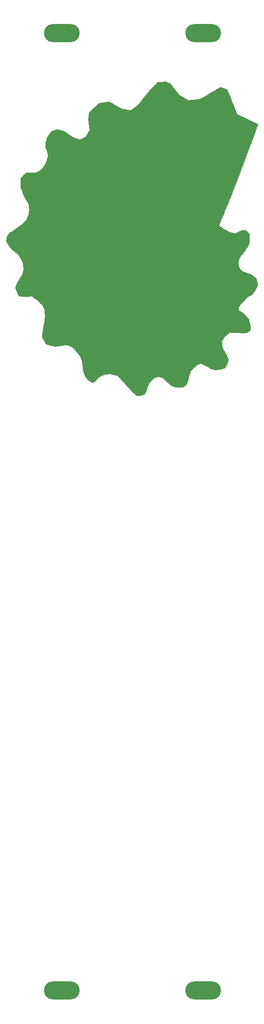
<source format=gts>
%TF.GenerationSoftware,KiCad,Pcbnew,(5.1.8-0-10_14)*%
%TF.CreationDate,2021-09-01T19:15:24+01:00*%
%TF.ProjectId,4u-2col-blank-ammonite,34752d32-636f-46c2-9d62-6c616e6b2d61,rev?*%
%TF.SameCoordinates,Original*%
%TF.FileFunction,Soldermask,Top*%
%TF.FilePolarity,Negative*%
%FSLAX46Y46*%
G04 Gerber Fmt 4.6, Leading zero omitted, Abs format (unit mm)*
G04 Created by KiCad (PCBNEW (5.1.8-0-10_14)) date 2021-09-01 19:15:24*
%MOMM*%
%LPD*%
G01*
G04 APERTURE LIST*
%ADD10C,0.010000*%
%ADD11O,6.300000X3.200000*%
G04 APERTURE END LIST*
D10*
%TO.C,Ref\u002A\u002A*%
G36*
X81864583Y-29388281D02*
G01*
X82679500Y-30403728D01*
X83494417Y-31419176D01*
X84991399Y-32321830D01*
X85872741Y-32255741D01*
X86754083Y-32189653D01*
X87318883Y-31968116D01*
X87883683Y-31746578D01*
X89282330Y-30877539D01*
X89503980Y-30740122D01*
X89715739Y-30609428D01*
X89914788Y-30487159D01*
X90098308Y-30375020D01*
X90263482Y-30274714D01*
X90407491Y-30187945D01*
X90527517Y-30116417D01*
X90620741Y-30061833D01*
X90684347Y-30025897D01*
X90715515Y-30010313D01*
X90717780Y-30009785D01*
X90745964Y-30018031D01*
X90807998Y-30040747D01*
X90898750Y-30075903D01*
X91013085Y-30121468D01*
X91145869Y-30175412D01*
X91291969Y-30235705D01*
X91346974Y-30258632D01*
X91939364Y-30506193D01*
X92069278Y-30823555D01*
X92096498Y-30890359D01*
X92138157Y-30993031D01*
X92192881Y-31128169D01*
X92259298Y-31292372D01*
X92336033Y-31482237D01*
X92421712Y-31694364D01*
X92514961Y-31925351D01*
X92614407Y-32171797D01*
X92718675Y-32430300D01*
X92826392Y-32697458D01*
X92932806Y-32961488D01*
X93666419Y-34782060D01*
X95528376Y-35657330D01*
X95798424Y-35784547D01*
X96055716Y-35906290D01*
X96297773Y-36021356D01*
X96522115Y-36128544D01*
X96726264Y-36226653D01*
X96907739Y-36314481D01*
X97064062Y-36390827D01*
X97192754Y-36454489D01*
X97291335Y-36504266D01*
X97357326Y-36538957D01*
X97388247Y-36557360D01*
X97390333Y-36559657D01*
X97383082Y-36581748D01*
X97361763Y-36641762D01*
X97327027Y-36737929D01*
X97279525Y-36868481D01*
X97219910Y-37031648D01*
X97148831Y-37225662D01*
X97066942Y-37448753D01*
X96974892Y-37699151D01*
X96873333Y-37975089D01*
X96762917Y-38274796D01*
X96644294Y-38596504D01*
X96518117Y-38938443D01*
X96385036Y-39298844D01*
X96245704Y-39675939D01*
X96100770Y-40067957D01*
X95950887Y-40473131D01*
X95796705Y-40889690D01*
X95706030Y-41134565D01*
X94021727Y-45682417D01*
X92263090Y-50021584D01*
X92096851Y-50431847D01*
X91934796Y-50831970D01*
X91777644Y-51220164D01*
X91626120Y-51594640D01*
X91480942Y-51953611D01*
X91342834Y-52295287D01*
X91212516Y-52617879D01*
X91090710Y-52919601D01*
X90978137Y-53198662D01*
X90875519Y-53453274D01*
X90783576Y-53681649D01*
X90703032Y-53881998D01*
X90634606Y-54052533D01*
X90579021Y-54191465D01*
X90536997Y-54297005D01*
X90509257Y-54367366D01*
X90496521Y-54400758D01*
X90495753Y-54403176D01*
X90498965Y-54421662D01*
X90517384Y-54447720D01*
X90554519Y-54484405D01*
X90613875Y-54534774D01*
X90698960Y-54601883D01*
X90813280Y-54688789D01*
X90885401Y-54742787D01*
X91000976Y-54828469D01*
X91100281Y-54900278D01*
X91190238Y-54962402D01*
X91277770Y-55019028D01*
X91369799Y-55074344D01*
X91473249Y-55132538D01*
X91595040Y-55197797D01*
X91742096Y-55274310D01*
X91887000Y-55348697D01*
X92490250Y-55657420D01*
X93364758Y-55855286D01*
X93624895Y-55724883D01*
X93730875Y-55672696D01*
X93863365Y-55608886D01*
X94010272Y-55539195D01*
X94159499Y-55469370D01*
X94277724Y-55414846D01*
X94414200Y-55352432D01*
X94520455Y-55305663D01*
X94605085Y-55273290D01*
X94676686Y-55254062D01*
X94743855Y-55246731D01*
X94815186Y-55250048D01*
X94899276Y-55262762D01*
X95004720Y-55283626D01*
X95077380Y-55298625D01*
X95251510Y-55334417D01*
X95569505Y-55629736D01*
X95887500Y-55925056D01*
X95887500Y-57531933D01*
X95725799Y-57840758D01*
X95674407Y-57935913D01*
X95619327Y-58031213D01*
X95557201Y-58131708D01*
X95484673Y-58242445D01*
X95398388Y-58368473D01*
X95294989Y-58514840D01*
X95171119Y-58686594D01*
X95084246Y-58805750D01*
X94964193Y-58970053D01*
X94840944Y-59138982D01*
X94719383Y-59305824D01*
X94604393Y-59463868D01*
X94500859Y-59606402D01*
X94413665Y-59726716D01*
X94360307Y-59800584D01*
X94116220Y-60139250D01*
X94011459Y-60520250D01*
X93906697Y-60901250D01*
X93940585Y-61261084D01*
X93953324Y-61393187D01*
X93964599Y-61493305D01*
X93976797Y-61571614D01*
X93992303Y-61638285D01*
X94013506Y-61703493D01*
X94042791Y-61777412D01*
X94082544Y-61870215D01*
X94084582Y-61874917D01*
X94194691Y-62128917D01*
X94420645Y-62308834D01*
X94513365Y-62382583D01*
X94603011Y-62453745D01*
X94679884Y-62514630D01*
X94734286Y-62557549D01*
X94737964Y-62560437D01*
X94783729Y-62591834D01*
X94840287Y-62620697D01*
X94915106Y-62649913D01*
X95015657Y-62682370D01*
X95149407Y-62720956D01*
X95162623Y-62724632D01*
X95368960Y-62787908D01*
X95597485Y-62868601D01*
X95834441Y-62961768D01*
X95905587Y-62991612D01*
X96315257Y-63166084D01*
X96654588Y-63453353D01*
X96993918Y-63740623D01*
X97160376Y-64309562D01*
X97203641Y-64458195D01*
X97242725Y-64593921D01*
X97276106Y-64711335D01*
X97302262Y-64805031D01*
X97319670Y-64869606D01*
X97326807Y-64899655D01*
X97326901Y-64900709D01*
X97319389Y-64926982D01*
X97298577Y-64985372D01*
X97267121Y-65068784D01*
X97227680Y-65170124D01*
X97198210Y-65244268D01*
X97154825Y-65349886D01*
X97113183Y-65444062D01*
X97069270Y-65534154D01*
X97019071Y-65627519D01*
X96958572Y-65731517D01*
X96883761Y-65853504D01*
X96790622Y-66000839D01*
X96755552Y-66055696D01*
X96441653Y-66545773D01*
X96070926Y-66750345D01*
X95955283Y-66814610D01*
X95860693Y-66869002D01*
X95779970Y-66918755D01*
X95705924Y-66969100D01*
X95631367Y-67025271D01*
X95549110Y-67092500D01*
X95451965Y-67176020D01*
X95332743Y-67281064D01*
X95291142Y-67317959D01*
X95121709Y-67470903D01*
X94975091Y-67609663D01*
X94840228Y-67745442D01*
X94706060Y-67889445D01*
X94561526Y-68052873D01*
X94532833Y-68086055D01*
X94415292Y-68223533D01*
X94321170Y-68336838D01*
X94245277Y-68433000D01*
X94182423Y-68519049D01*
X94127420Y-68602016D01*
X94075076Y-68688931D01*
X94033800Y-68762098D01*
X93884018Y-69033088D01*
X93947179Y-69244302D01*
X94010341Y-69455516D01*
X94242005Y-69581050D01*
X94385846Y-69666628D01*
X94550402Y-69777920D01*
X94727749Y-69909462D01*
X94796578Y-69963409D01*
X94903899Y-70049475D01*
X94990621Y-70121630D01*
X95063807Y-70187073D01*
X95130518Y-70253001D01*
X95197817Y-70326614D01*
X95272767Y-70415109D01*
X95362429Y-70525687D01*
X95424424Y-70603361D01*
X95729361Y-70986489D01*
X95876091Y-71574203D01*
X95918712Y-71744749D01*
X95952360Y-71881921D01*
X95977895Y-71993519D01*
X95996176Y-72087343D01*
X96008064Y-72171196D01*
X96014418Y-72252877D01*
X96016098Y-72340187D01*
X96013965Y-72440928D01*
X96008878Y-72562899D01*
X96001706Y-72713704D01*
X95988638Y-72990325D01*
X95541256Y-73342051D01*
X94903250Y-73423767D01*
X94437583Y-73360401D01*
X94035765Y-73314369D01*
X93649453Y-73287317D01*
X93284593Y-73279420D01*
X92947131Y-73290850D01*
X92730224Y-73310465D01*
X92398699Y-73349379D01*
X91532551Y-74003417D01*
X90969037Y-74887017D01*
X90993716Y-75302467D01*
X91002741Y-75448280D01*
X91011151Y-75560971D01*
X91020428Y-75649703D01*
X91032053Y-75723635D01*
X91047507Y-75791929D01*
X91068273Y-75863744D01*
X91095831Y-75948242D01*
X91100332Y-75961651D01*
X91134901Y-76063463D01*
X91164413Y-76145316D01*
X91193024Y-76215259D01*
X91224889Y-76281341D01*
X91264165Y-76351612D01*
X91315006Y-76434120D01*
X91381569Y-76536914D01*
X91454431Y-76647490D01*
X91524156Y-76755655D01*
X91587272Y-76860103D01*
X91647860Y-76968593D01*
X91709997Y-77088886D01*
X91777763Y-77228742D01*
X91855236Y-77395923D01*
X91901792Y-77498625D01*
X91965597Y-77641665D01*
X92023097Y-77773460D01*
X92072087Y-77888724D01*
X92110365Y-77982171D01*
X92135725Y-78048513D01*
X92145964Y-78082466D01*
X92146058Y-78084449D01*
X92140765Y-78116436D01*
X92127595Y-78182544D01*
X92108053Y-78275612D01*
X92083643Y-78388479D01*
X92055870Y-78513985D01*
X92055117Y-78517350D01*
X91966778Y-78912052D01*
X91726459Y-79250144D01*
X91486141Y-79588236D01*
X91099195Y-79709090D01*
X90953547Y-79753803D01*
X90835405Y-79787510D01*
X90732203Y-79812847D01*
X90631373Y-79832449D01*
X90520346Y-79848953D01*
X90386555Y-79864995D01*
X90322194Y-79872051D01*
X89932138Y-79914158D01*
X88934974Y-79670990D01*
X88724759Y-79495444D01*
X88630749Y-79419302D01*
X88547512Y-79358670D01*
X88463021Y-79306196D01*
X88365249Y-79254523D01*
X88242170Y-79196297D01*
X88216396Y-79184551D01*
X88079005Y-79120969D01*
X87922930Y-79046816D01*
X87766999Y-78971136D01*
X87630041Y-78902977D01*
X87625243Y-78900544D01*
X87332236Y-78751886D01*
X87009989Y-78851010D01*
X86687743Y-78950134D01*
X86361080Y-79241129D01*
X86237344Y-79355000D01*
X86102236Y-79485445D01*
X85967525Y-79620708D01*
X85844984Y-79749035D01*
X85770640Y-79830826D01*
X85506863Y-80129527D01*
X85341990Y-80548389D01*
X85284061Y-80697287D01*
X85239392Y-80817780D01*
X85204871Y-80920505D01*
X85177389Y-81016097D01*
X85153835Y-81115192D01*
X85131099Y-81228426D01*
X85111172Y-81337667D01*
X85085362Y-81476644D01*
X85060323Y-81594870D01*
X85032844Y-81703747D01*
X84999715Y-81814679D01*
X84957723Y-81939070D01*
X84903659Y-82088323D01*
X84887673Y-82131417D01*
X84730118Y-82554750D01*
X84343240Y-82771709D01*
X83956362Y-82988667D01*
X82808167Y-82988667D01*
X82396387Y-82795651D01*
X81984608Y-82602635D01*
X81596512Y-82264561D01*
X81461115Y-82144761D01*
X81312044Y-82009735D01*
X81160444Y-81869784D01*
X81017461Y-81735209D01*
X80894238Y-81616312D01*
X80880333Y-81602624D01*
X80552250Y-81278761D01*
X80144399Y-81172345D01*
X79736548Y-81065928D01*
X79382399Y-81204486D01*
X79028250Y-81343043D01*
X78573167Y-81809216D01*
X78118083Y-82275388D01*
X77883285Y-82901902D01*
X77789461Y-83146462D01*
X77696933Y-83376541D01*
X77608653Y-83585111D01*
X77527571Y-83765148D01*
X77476219Y-83871343D01*
X77303951Y-84214268D01*
X76904224Y-84342301D01*
X76776579Y-84381902D01*
X76658278Y-84416218D01*
X76556867Y-84443248D01*
X76479890Y-84460988D01*
X76434893Y-84467436D01*
X76432873Y-84467403D01*
X76383033Y-84464214D01*
X76302823Y-84457815D01*
X76204000Y-84449187D01*
X76114696Y-84440883D01*
X76029344Y-84433072D01*
X75963567Y-84425737D01*
X75910720Y-84415082D01*
X75864160Y-84397311D01*
X75817242Y-84368629D01*
X75763323Y-84325239D01*
X75695758Y-84263345D01*
X75607904Y-84179153D01*
X75536846Y-84110743D01*
X75228006Y-83807699D01*
X74913943Y-83486305D01*
X74590715Y-83142347D01*
X74254379Y-82771613D01*
X73900994Y-82369889D01*
X73813728Y-82269000D01*
X73648024Y-82077305D01*
X73505860Y-81914047D01*
X73383526Y-81775259D01*
X73277318Y-81656977D01*
X73183528Y-81555236D01*
X73098449Y-81466070D01*
X73018376Y-81385515D01*
X72939602Y-81309604D01*
X72858419Y-81234374D01*
X72783372Y-81166770D01*
X72437503Y-80858290D01*
X71817043Y-80746122D01*
X71196583Y-80633953D01*
X70498083Y-80655523D01*
X70095917Y-80796801D01*
X69949463Y-80849037D01*
X69832864Y-80893190D01*
X69735683Y-80934172D01*
X69647483Y-80976894D01*
X69557828Y-81026265D01*
X69456283Y-81087197D01*
X69386368Y-81130683D01*
X69078987Y-81323287D01*
X68809709Y-81664751D01*
X68540431Y-82006214D01*
X68302174Y-82063912D01*
X68205772Y-82086747D01*
X68123670Y-82105241D01*
X68065065Y-82117384D01*
X68039888Y-82121222D01*
X68003883Y-82108851D01*
X67940802Y-82075343D01*
X67857312Y-82025127D01*
X67760079Y-81962628D01*
X67655772Y-81892275D01*
X67551056Y-81818494D01*
X67452599Y-81745713D01*
X67367068Y-81678359D01*
X67344250Y-81659297D01*
X67261266Y-81587335D01*
X67195793Y-81525676D01*
X67140238Y-81465228D01*
X67087010Y-81396896D01*
X67028515Y-81311588D01*
X66957162Y-81200209D01*
X66945580Y-81181806D01*
X66875295Y-81068495D01*
X66821305Y-80976137D01*
X66778431Y-80893462D01*
X66741492Y-80809201D01*
X66705309Y-80712084D01*
X66664701Y-80590842D01*
X66643021Y-80523591D01*
X66614953Y-80435359D01*
X66591144Y-80357754D01*
X66570612Y-80285578D01*
X66552373Y-80213632D01*
X66535442Y-80136717D01*
X66518837Y-80049635D01*
X66501573Y-79947188D01*
X66482666Y-79824175D01*
X66461134Y-79675399D01*
X66435992Y-79495661D01*
X66406257Y-79279763D01*
X66402549Y-79252750D01*
X66277633Y-78342584D01*
X66141943Y-77970262D01*
X66092192Y-77835337D01*
X66051157Y-77730254D01*
X66013640Y-77644876D01*
X65974441Y-77569063D01*
X65928360Y-77492679D01*
X65870198Y-77405585D01*
X65802958Y-77309284D01*
X65724192Y-77200340D01*
X65626530Y-77069728D01*
X65518241Y-76928249D01*
X65407596Y-76786701D01*
X65302863Y-76655884D01*
X65298962Y-76651087D01*
X65192483Y-76521471D01*
X65104061Y-76417610D01*
X65025995Y-76331663D01*
X64950582Y-76255792D01*
X64870122Y-76182157D01*
X64776912Y-76102918D01*
X64692934Y-76034229D01*
X64582804Y-75945610D01*
X64495371Y-75877904D01*
X64420686Y-75825073D01*
X64348797Y-75781084D01*
X64269754Y-75739901D01*
X64173606Y-75695488D01*
X64050401Y-75641810D01*
X64035012Y-75635186D01*
X63682417Y-75483460D01*
X63100333Y-75550869D01*
X62914401Y-75572824D01*
X62711829Y-75597468D01*
X62505546Y-75623178D01*
X62308478Y-75648335D01*
X62133552Y-75671316D01*
X62052583Y-75682287D01*
X61586917Y-75746296D01*
X61142417Y-75666834D01*
X60903566Y-75620889D01*
X60690600Y-75572364D01*
X60487094Y-75517255D01*
X60327500Y-75468134D01*
X59957083Y-75348894D01*
X59741241Y-75004239D01*
X59661118Y-74874735D01*
X59577396Y-74736724D01*
X59497230Y-74602178D01*
X59427773Y-74483071D01*
X59389843Y-74416167D01*
X59254288Y-74172750D01*
X59282998Y-73738834D01*
X59294650Y-73579239D01*
X59307855Y-73437411D01*
X59324183Y-73302066D01*
X59345198Y-73161920D01*
X59372467Y-73005690D01*
X59407558Y-72822090D01*
X59416712Y-72775750D01*
X59473887Y-72486808D01*
X59523219Y-72235163D01*
X59565358Y-72016639D01*
X59600953Y-71827061D01*
X59630654Y-71662253D01*
X59655110Y-71518038D01*
X59674971Y-71390241D01*
X59690886Y-71274687D01*
X59703504Y-71167199D01*
X59713475Y-71063602D01*
X59721447Y-70959719D01*
X59728071Y-70851376D01*
X59733924Y-70735934D01*
X59741345Y-70569727D01*
X59745928Y-70433782D01*
X59747404Y-70316782D01*
X59745504Y-70207408D01*
X59739959Y-70094341D01*
X59730501Y-69966264D01*
X59716861Y-69811857D01*
X59710310Y-69741637D01*
X59663312Y-69241989D01*
X59478967Y-68832250D01*
X59294622Y-68422510D01*
X58885019Y-68037036D01*
X58729005Y-67892119D01*
X58594449Y-67771770D01*
X58473802Y-67669730D01*
X58359512Y-67579734D01*
X58244030Y-67495522D01*
X58172921Y-67446450D01*
X58051771Y-67362473D01*
X57923064Y-67270171D01*
X57799406Y-67178777D01*
X57693402Y-67097524D01*
X57657940Y-67069261D01*
X57445456Y-66897185D01*
X56690436Y-66924039D01*
X56484143Y-66931163D01*
X56313489Y-66936393D01*
X56171817Y-66939670D01*
X56052472Y-66940933D01*
X55948799Y-66940120D01*
X55854142Y-66937172D01*
X55761846Y-66932028D01*
X55665255Y-66924626D01*
X55557713Y-66914907D01*
X55543833Y-66913590D01*
X55420481Y-66901692D01*
X55312925Y-66891036D01*
X55227743Y-66882299D01*
X55171513Y-66876153D01*
X55150813Y-66873275D01*
X55150809Y-66873268D01*
X55140553Y-66854773D01*
X55113728Y-66806713D01*
X55074451Y-66736458D01*
X55028618Y-66654554D01*
X54841706Y-66287679D01*
X54679961Y-65902793D01*
X54601468Y-65680088D01*
X54509995Y-65400093D01*
X54673131Y-64949355D01*
X54836267Y-64498616D01*
X55101976Y-64107516D01*
X55195366Y-63967899D01*
X55294943Y-63815337D01*
X55393086Y-63661754D01*
X55482179Y-63519070D01*
X55554343Y-63399645D01*
X55616496Y-63293607D01*
X55664712Y-63208246D01*
X55702618Y-63134633D01*
X55733843Y-63063839D01*
X55762013Y-62986934D01*
X55790754Y-62894988D01*
X55823695Y-62779071D01*
X55859560Y-62648228D01*
X55978119Y-62213584D01*
X55930040Y-61737334D01*
X55913153Y-61574950D01*
X55897919Y-61444440D01*
X55882428Y-61335494D01*
X55864770Y-61237802D01*
X55843035Y-61141055D01*
X55815316Y-61034944D01*
X55779702Y-60909158D01*
X55771275Y-60880084D01*
X55660590Y-60499084D01*
X55316968Y-59980724D01*
X54973347Y-59462364D01*
X54551833Y-59165807D01*
X54422508Y-59074575D01*
X54319105Y-59000211D01*
X54234587Y-58936444D01*
X54161913Y-58877000D01*
X54094044Y-58815607D01*
X54023941Y-58745993D01*
X53944566Y-58661885D01*
X53848878Y-58557011D01*
X53767700Y-58467084D01*
X53405080Y-58064917D01*
X53170635Y-57613775D01*
X52936191Y-57162634D01*
X52992956Y-56756525D01*
X53011694Y-56625397D01*
X53029735Y-56504486D01*
X53045839Y-56401697D01*
X53058768Y-56324930D01*
X53067283Y-56282091D01*
X53067373Y-56281737D01*
X53091653Y-56234670D01*
X53147331Y-56160573D01*
X53234594Y-56059217D01*
X53353631Y-55930372D01*
X53367221Y-55916039D01*
X53649417Y-55619021D01*
X54019833Y-55413651D01*
X54234142Y-55286691D01*
X54470685Y-55131880D01*
X54723998Y-54953384D01*
X54988620Y-54755370D01*
X55259087Y-54542003D01*
X55529938Y-54317449D01*
X55795709Y-54085873D01*
X55974908Y-53922654D01*
X56437732Y-53492917D01*
X56657907Y-52965071D01*
X56723869Y-52806501D01*
X56775786Y-52679538D01*
X56816008Y-52576758D01*
X56846884Y-52490738D01*
X56870764Y-52414055D01*
X56889998Y-52339285D01*
X56906935Y-52259005D01*
X56923924Y-52165792D01*
X56939275Y-52076071D01*
X57000468Y-51714917D01*
X56935129Y-51218976D01*
X56869791Y-50723034D01*
X56606342Y-50277059D01*
X56362991Y-49839666D01*
X56127883Y-49366153D01*
X55903768Y-48862373D01*
X55693395Y-48334181D01*
X55691055Y-48327957D01*
X55484163Y-47777330D01*
X55461082Y-47137176D01*
X55455162Y-46967439D01*
X55449809Y-46803246D01*
X55445225Y-46651654D01*
X55441610Y-46519724D01*
X55439169Y-46414513D01*
X55438101Y-46343080D01*
X55438071Y-46333136D01*
X55438141Y-46169250D01*
X55718529Y-45816656D01*
X55812697Y-45698718D01*
X55887165Y-45607715D01*
X55948409Y-45537312D01*
X56002901Y-45481171D01*
X56057118Y-45432958D01*
X56117532Y-45386334D01*
X56190618Y-45334964D01*
X56256052Y-45290584D01*
X56513187Y-45117105D01*
X57293219Y-45099058D01*
X57475112Y-45094884D01*
X57647198Y-45091000D01*
X57804020Y-45087526D01*
X57940121Y-45084578D01*
X58050042Y-45082276D01*
X58128326Y-45080737D01*
X58168601Y-45080089D01*
X58204441Y-45077526D01*
X58242392Y-45068645D01*
X58288127Y-45050594D01*
X58347318Y-45020521D01*
X58425638Y-44975572D01*
X58528759Y-44912896D01*
X58644851Y-44840609D01*
X58774826Y-44758667D01*
X58877373Y-44691797D01*
X58961188Y-44633003D01*
X59034972Y-44575289D01*
X59107420Y-44511660D01*
X59187232Y-44435120D01*
X59283106Y-44338674D01*
X59335694Y-44284984D01*
X59645638Y-43967917D01*
X59850329Y-43491667D01*
X59913741Y-43343534D01*
X59963843Y-43223580D01*
X60003595Y-43122515D01*
X60035956Y-43031048D01*
X60063885Y-42939888D01*
X60090341Y-42839745D01*
X60118284Y-42721327D01*
X60150673Y-42575345D01*
X60169018Y-42491146D01*
X60283017Y-41966875D01*
X60085218Y-41305812D01*
X59887418Y-40644750D01*
X59863468Y-40200250D01*
X59839519Y-39755750D01*
X59998176Y-39348077D01*
X60156832Y-38940404D01*
X60969660Y-37739264D01*
X61479372Y-37609439D01*
X61621066Y-37573657D01*
X61750011Y-37541679D01*
X61860269Y-37514931D01*
X61945904Y-37494838D01*
X62000980Y-37482824D01*
X62018720Y-37479974D01*
X62046360Y-37486108D01*
X62108621Y-37503178D01*
X62199719Y-37529491D01*
X62313868Y-37563357D01*
X62445284Y-37603082D01*
X62561985Y-37638877D01*
X63075614Y-37797421D01*
X63887015Y-38333346D01*
X64698417Y-38869272D01*
X65921901Y-39321036D01*
X66438232Y-39051560D01*
X66954562Y-38782084D01*
X67634200Y-37602352D01*
X67412700Y-35716274D01*
X67502992Y-35064941D01*
X67593285Y-34413608D01*
X68457896Y-33618557D01*
X69322507Y-32823505D01*
X70169827Y-32706750D01*
X70381021Y-32677732D01*
X70554417Y-32654221D01*
X70694140Y-32635848D01*
X70804315Y-32622245D01*
X70889069Y-32613044D01*
X70952526Y-32607875D01*
X70998812Y-32606369D01*
X71032052Y-32608160D01*
X71056373Y-32612876D01*
X71075898Y-32620151D01*
X71085699Y-32624911D01*
X71117022Y-32641361D01*
X71181951Y-32675858D01*
X71276792Y-32726427D01*
X71397850Y-32791093D01*
X71541433Y-32867880D01*
X71703845Y-32954815D01*
X71881395Y-33049921D01*
X72070386Y-33151224D01*
X72170250Y-33204779D01*
X73186250Y-33749732D01*
X73954878Y-33944043D01*
X74129198Y-33988188D01*
X74290992Y-34029307D01*
X74435573Y-34066198D01*
X74558251Y-34097659D01*
X74654338Y-34122486D01*
X74719147Y-34139476D01*
X74747989Y-34147429D01*
X74748628Y-34147648D01*
X74771788Y-34138794D01*
X74826114Y-34109411D01*
X74907306Y-34062086D01*
X75011064Y-33999408D01*
X75133090Y-33923963D01*
X75269084Y-33838341D01*
X75377000Y-33769425D01*
X75980250Y-33381908D01*
X76417000Y-32864662D01*
X76510889Y-32752363D01*
X76627029Y-32611633D01*
X76761502Y-32447314D01*
X76910386Y-32264248D01*
X77069763Y-32067279D01*
X77235713Y-31861249D01*
X77404316Y-31651000D01*
X77571651Y-31441375D01*
X77709475Y-31267917D01*
X78565200Y-30188417D01*
X79164451Y-29651262D01*
X79763702Y-29114108D01*
X80401392Y-29093998D01*
X81039083Y-29073887D01*
X81864583Y-29388281D01*
G37*
X81864583Y-29388281D02*
X82679500Y-30403728D01*
X83494417Y-31419176D01*
X84991399Y-32321830D01*
X85872741Y-32255741D01*
X86754083Y-32189653D01*
X87318883Y-31968116D01*
X87883683Y-31746578D01*
X89282330Y-30877539D01*
X89503980Y-30740122D01*
X89715739Y-30609428D01*
X89914788Y-30487159D01*
X90098308Y-30375020D01*
X90263482Y-30274714D01*
X90407491Y-30187945D01*
X90527517Y-30116417D01*
X90620741Y-30061833D01*
X90684347Y-30025897D01*
X90715515Y-30010313D01*
X90717780Y-30009785D01*
X90745964Y-30018031D01*
X90807998Y-30040747D01*
X90898750Y-30075903D01*
X91013085Y-30121468D01*
X91145869Y-30175412D01*
X91291969Y-30235705D01*
X91346974Y-30258632D01*
X91939364Y-30506193D01*
X92069278Y-30823555D01*
X92096498Y-30890359D01*
X92138157Y-30993031D01*
X92192881Y-31128169D01*
X92259298Y-31292372D01*
X92336033Y-31482237D01*
X92421712Y-31694364D01*
X92514961Y-31925351D01*
X92614407Y-32171797D01*
X92718675Y-32430300D01*
X92826392Y-32697458D01*
X92932806Y-32961488D01*
X93666419Y-34782060D01*
X95528376Y-35657330D01*
X95798424Y-35784547D01*
X96055716Y-35906290D01*
X96297773Y-36021356D01*
X96522115Y-36128544D01*
X96726264Y-36226653D01*
X96907739Y-36314481D01*
X97064062Y-36390827D01*
X97192754Y-36454489D01*
X97291335Y-36504266D01*
X97357326Y-36538957D01*
X97388247Y-36557360D01*
X97390333Y-36559657D01*
X97383082Y-36581748D01*
X97361763Y-36641762D01*
X97327027Y-36737929D01*
X97279525Y-36868481D01*
X97219910Y-37031648D01*
X97148831Y-37225662D01*
X97066942Y-37448753D01*
X96974892Y-37699151D01*
X96873333Y-37975089D01*
X96762917Y-38274796D01*
X96644294Y-38596504D01*
X96518117Y-38938443D01*
X96385036Y-39298844D01*
X96245704Y-39675939D01*
X96100770Y-40067957D01*
X95950887Y-40473131D01*
X95796705Y-40889690D01*
X95706030Y-41134565D01*
X94021727Y-45682417D01*
X92263090Y-50021584D01*
X92096851Y-50431847D01*
X91934796Y-50831970D01*
X91777644Y-51220164D01*
X91626120Y-51594640D01*
X91480942Y-51953611D01*
X91342834Y-52295287D01*
X91212516Y-52617879D01*
X91090710Y-52919601D01*
X90978137Y-53198662D01*
X90875519Y-53453274D01*
X90783576Y-53681649D01*
X90703032Y-53881998D01*
X90634606Y-54052533D01*
X90579021Y-54191465D01*
X90536997Y-54297005D01*
X90509257Y-54367366D01*
X90496521Y-54400758D01*
X90495753Y-54403176D01*
X90498965Y-54421662D01*
X90517384Y-54447720D01*
X90554519Y-54484405D01*
X90613875Y-54534774D01*
X90698960Y-54601883D01*
X90813280Y-54688789D01*
X90885401Y-54742787D01*
X91000976Y-54828469D01*
X91100281Y-54900278D01*
X91190238Y-54962402D01*
X91277770Y-55019028D01*
X91369799Y-55074344D01*
X91473249Y-55132538D01*
X91595040Y-55197797D01*
X91742096Y-55274310D01*
X91887000Y-55348697D01*
X92490250Y-55657420D01*
X93364758Y-55855286D01*
X93624895Y-55724883D01*
X93730875Y-55672696D01*
X93863365Y-55608886D01*
X94010272Y-55539195D01*
X94159499Y-55469370D01*
X94277724Y-55414846D01*
X94414200Y-55352432D01*
X94520455Y-55305663D01*
X94605085Y-55273290D01*
X94676686Y-55254062D01*
X94743855Y-55246731D01*
X94815186Y-55250048D01*
X94899276Y-55262762D01*
X95004720Y-55283626D01*
X95077380Y-55298625D01*
X95251510Y-55334417D01*
X95569505Y-55629736D01*
X95887500Y-55925056D01*
X95887500Y-57531933D01*
X95725799Y-57840758D01*
X95674407Y-57935913D01*
X95619327Y-58031213D01*
X95557201Y-58131708D01*
X95484673Y-58242445D01*
X95398388Y-58368473D01*
X95294989Y-58514840D01*
X95171119Y-58686594D01*
X95084246Y-58805750D01*
X94964193Y-58970053D01*
X94840944Y-59138982D01*
X94719383Y-59305824D01*
X94604393Y-59463868D01*
X94500859Y-59606402D01*
X94413665Y-59726716D01*
X94360307Y-59800584D01*
X94116220Y-60139250D01*
X94011459Y-60520250D01*
X93906697Y-60901250D01*
X93940585Y-61261084D01*
X93953324Y-61393187D01*
X93964599Y-61493305D01*
X93976797Y-61571614D01*
X93992303Y-61638285D01*
X94013506Y-61703493D01*
X94042791Y-61777412D01*
X94082544Y-61870215D01*
X94084582Y-61874917D01*
X94194691Y-62128917D01*
X94420645Y-62308834D01*
X94513365Y-62382583D01*
X94603011Y-62453745D01*
X94679884Y-62514630D01*
X94734286Y-62557549D01*
X94737964Y-62560437D01*
X94783729Y-62591834D01*
X94840287Y-62620697D01*
X94915106Y-62649913D01*
X95015657Y-62682370D01*
X95149407Y-62720956D01*
X95162623Y-62724632D01*
X95368960Y-62787908D01*
X95597485Y-62868601D01*
X95834441Y-62961768D01*
X95905587Y-62991612D01*
X96315257Y-63166084D01*
X96654588Y-63453353D01*
X96993918Y-63740623D01*
X97160376Y-64309562D01*
X97203641Y-64458195D01*
X97242725Y-64593921D01*
X97276106Y-64711335D01*
X97302262Y-64805031D01*
X97319670Y-64869606D01*
X97326807Y-64899655D01*
X97326901Y-64900709D01*
X97319389Y-64926982D01*
X97298577Y-64985372D01*
X97267121Y-65068784D01*
X97227680Y-65170124D01*
X97198210Y-65244268D01*
X97154825Y-65349886D01*
X97113183Y-65444062D01*
X97069270Y-65534154D01*
X97019071Y-65627519D01*
X96958572Y-65731517D01*
X96883761Y-65853504D01*
X96790622Y-66000839D01*
X96755552Y-66055696D01*
X96441653Y-66545773D01*
X96070926Y-66750345D01*
X95955283Y-66814610D01*
X95860693Y-66869002D01*
X95779970Y-66918755D01*
X95705924Y-66969100D01*
X95631367Y-67025271D01*
X95549110Y-67092500D01*
X95451965Y-67176020D01*
X95332743Y-67281064D01*
X95291142Y-67317959D01*
X95121709Y-67470903D01*
X94975091Y-67609663D01*
X94840228Y-67745442D01*
X94706060Y-67889445D01*
X94561526Y-68052873D01*
X94532833Y-68086055D01*
X94415292Y-68223533D01*
X94321170Y-68336838D01*
X94245277Y-68433000D01*
X94182423Y-68519049D01*
X94127420Y-68602016D01*
X94075076Y-68688931D01*
X94033800Y-68762098D01*
X93884018Y-69033088D01*
X93947179Y-69244302D01*
X94010341Y-69455516D01*
X94242005Y-69581050D01*
X94385846Y-69666628D01*
X94550402Y-69777920D01*
X94727749Y-69909462D01*
X94796578Y-69963409D01*
X94903899Y-70049475D01*
X94990621Y-70121630D01*
X95063807Y-70187073D01*
X95130518Y-70253001D01*
X95197817Y-70326614D01*
X95272767Y-70415109D01*
X95362429Y-70525687D01*
X95424424Y-70603361D01*
X95729361Y-70986489D01*
X95876091Y-71574203D01*
X95918712Y-71744749D01*
X95952360Y-71881921D01*
X95977895Y-71993519D01*
X95996176Y-72087343D01*
X96008064Y-72171196D01*
X96014418Y-72252877D01*
X96016098Y-72340187D01*
X96013965Y-72440928D01*
X96008878Y-72562899D01*
X96001706Y-72713704D01*
X95988638Y-72990325D01*
X95541256Y-73342051D01*
X94903250Y-73423767D01*
X94437583Y-73360401D01*
X94035765Y-73314369D01*
X93649453Y-73287317D01*
X93284593Y-73279420D01*
X92947131Y-73290850D01*
X92730224Y-73310465D01*
X92398699Y-73349379D01*
X91532551Y-74003417D01*
X90969037Y-74887017D01*
X90993716Y-75302467D01*
X91002741Y-75448280D01*
X91011151Y-75560971D01*
X91020428Y-75649703D01*
X91032053Y-75723635D01*
X91047507Y-75791929D01*
X91068273Y-75863744D01*
X91095831Y-75948242D01*
X91100332Y-75961651D01*
X91134901Y-76063463D01*
X91164413Y-76145316D01*
X91193024Y-76215259D01*
X91224889Y-76281341D01*
X91264165Y-76351612D01*
X91315006Y-76434120D01*
X91381569Y-76536914D01*
X91454431Y-76647490D01*
X91524156Y-76755655D01*
X91587272Y-76860103D01*
X91647860Y-76968593D01*
X91709997Y-77088886D01*
X91777763Y-77228742D01*
X91855236Y-77395923D01*
X91901792Y-77498625D01*
X91965597Y-77641665D01*
X92023097Y-77773460D01*
X92072087Y-77888724D01*
X92110365Y-77982171D01*
X92135725Y-78048513D01*
X92145964Y-78082466D01*
X92146058Y-78084449D01*
X92140765Y-78116436D01*
X92127595Y-78182544D01*
X92108053Y-78275612D01*
X92083643Y-78388479D01*
X92055870Y-78513985D01*
X92055117Y-78517350D01*
X91966778Y-78912052D01*
X91726459Y-79250144D01*
X91486141Y-79588236D01*
X91099195Y-79709090D01*
X90953547Y-79753803D01*
X90835405Y-79787510D01*
X90732203Y-79812847D01*
X90631373Y-79832449D01*
X90520346Y-79848953D01*
X90386555Y-79864995D01*
X90322194Y-79872051D01*
X89932138Y-79914158D01*
X88934974Y-79670990D01*
X88724759Y-79495444D01*
X88630749Y-79419302D01*
X88547512Y-79358670D01*
X88463021Y-79306196D01*
X88365249Y-79254523D01*
X88242170Y-79196297D01*
X88216396Y-79184551D01*
X88079005Y-79120969D01*
X87922930Y-79046816D01*
X87766999Y-78971136D01*
X87630041Y-78902977D01*
X87625243Y-78900544D01*
X87332236Y-78751886D01*
X87009989Y-78851010D01*
X86687743Y-78950134D01*
X86361080Y-79241129D01*
X86237344Y-79355000D01*
X86102236Y-79485445D01*
X85967525Y-79620708D01*
X85844984Y-79749035D01*
X85770640Y-79830826D01*
X85506863Y-80129527D01*
X85341990Y-80548389D01*
X85284061Y-80697287D01*
X85239392Y-80817780D01*
X85204871Y-80920505D01*
X85177389Y-81016097D01*
X85153835Y-81115192D01*
X85131099Y-81228426D01*
X85111172Y-81337667D01*
X85085362Y-81476644D01*
X85060323Y-81594870D01*
X85032844Y-81703747D01*
X84999715Y-81814679D01*
X84957723Y-81939070D01*
X84903659Y-82088323D01*
X84887673Y-82131417D01*
X84730118Y-82554750D01*
X84343240Y-82771709D01*
X83956362Y-82988667D01*
X82808167Y-82988667D01*
X82396387Y-82795651D01*
X81984608Y-82602635D01*
X81596512Y-82264561D01*
X81461115Y-82144761D01*
X81312044Y-82009735D01*
X81160444Y-81869784D01*
X81017461Y-81735209D01*
X80894238Y-81616312D01*
X80880333Y-81602624D01*
X80552250Y-81278761D01*
X80144399Y-81172345D01*
X79736548Y-81065928D01*
X79382399Y-81204486D01*
X79028250Y-81343043D01*
X78573167Y-81809216D01*
X78118083Y-82275388D01*
X77883285Y-82901902D01*
X77789461Y-83146462D01*
X77696933Y-83376541D01*
X77608653Y-83585111D01*
X77527571Y-83765148D01*
X77476219Y-83871343D01*
X77303951Y-84214268D01*
X76904224Y-84342301D01*
X76776579Y-84381902D01*
X76658278Y-84416218D01*
X76556867Y-84443248D01*
X76479890Y-84460988D01*
X76434893Y-84467436D01*
X76432873Y-84467403D01*
X76383033Y-84464214D01*
X76302823Y-84457815D01*
X76204000Y-84449187D01*
X76114696Y-84440883D01*
X76029344Y-84433072D01*
X75963567Y-84425737D01*
X75910720Y-84415082D01*
X75864160Y-84397311D01*
X75817242Y-84368629D01*
X75763323Y-84325239D01*
X75695758Y-84263345D01*
X75607904Y-84179153D01*
X75536846Y-84110743D01*
X75228006Y-83807699D01*
X74913943Y-83486305D01*
X74590715Y-83142347D01*
X74254379Y-82771613D01*
X73900994Y-82369889D01*
X73813728Y-82269000D01*
X73648024Y-82077305D01*
X73505860Y-81914047D01*
X73383526Y-81775259D01*
X73277318Y-81656977D01*
X73183528Y-81555236D01*
X73098449Y-81466070D01*
X73018376Y-81385515D01*
X72939602Y-81309604D01*
X72858419Y-81234374D01*
X72783372Y-81166770D01*
X72437503Y-80858290D01*
X71817043Y-80746122D01*
X71196583Y-80633953D01*
X70498083Y-80655523D01*
X70095917Y-80796801D01*
X69949463Y-80849037D01*
X69832864Y-80893190D01*
X69735683Y-80934172D01*
X69647483Y-80976894D01*
X69557828Y-81026265D01*
X69456283Y-81087197D01*
X69386368Y-81130683D01*
X69078987Y-81323287D01*
X68809709Y-81664751D01*
X68540431Y-82006214D01*
X68302174Y-82063912D01*
X68205772Y-82086747D01*
X68123670Y-82105241D01*
X68065065Y-82117384D01*
X68039888Y-82121222D01*
X68003883Y-82108851D01*
X67940802Y-82075343D01*
X67857312Y-82025127D01*
X67760079Y-81962628D01*
X67655772Y-81892275D01*
X67551056Y-81818494D01*
X67452599Y-81745713D01*
X67367068Y-81678359D01*
X67344250Y-81659297D01*
X67261266Y-81587335D01*
X67195793Y-81525676D01*
X67140238Y-81465228D01*
X67087010Y-81396896D01*
X67028515Y-81311588D01*
X66957162Y-81200209D01*
X66945580Y-81181806D01*
X66875295Y-81068495D01*
X66821305Y-80976137D01*
X66778431Y-80893462D01*
X66741492Y-80809201D01*
X66705309Y-80712084D01*
X66664701Y-80590842D01*
X66643021Y-80523591D01*
X66614953Y-80435359D01*
X66591144Y-80357754D01*
X66570612Y-80285578D01*
X66552373Y-80213632D01*
X66535442Y-80136717D01*
X66518837Y-80049635D01*
X66501573Y-79947188D01*
X66482666Y-79824175D01*
X66461134Y-79675399D01*
X66435992Y-79495661D01*
X66406257Y-79279763D01*
X66402549Y-79252750D01*
X66277633Y-78342584D01*
X66141943Y-77970262D01*
X66092192Y-77835337D01*
X66051157Y-77730254D01*
X66013640Y-77644876D01*
X65974441Y-77569063D01*
X65928360Y-77492679D01*
X65870198Y-77405585D01*
X65802958Y-77309284D01*
X65724192Y-77200340D01*
X65626530Y-77069728D01*
X65518241Y-76928249D01*
X65407596Y-76786701D01*
X65302863Y-76655884D01*
X65298962Y-76651087D01*
X65192483Y-76521471D01*
X65104061Y-76417610D01*
X65025995Y-76331663D01*
X64950582Y-76255792D01*
X64870122Y-76182157D01*
X64776912Y-76102918D01*
X64692934Y-76034229D01*
X64582804Y-75945610D01*
X64495371Y-75877904D01*
X64420686Y-75825073D01*
X64348797Y-75781084D01*
X64269754Y-75739901D01*
X64173606Y-75695488D01*
X64050401Y-75641810D01*
X64035012Y-75635186D01*
X63682417Y-75483460D01*
X63100333Y-75550869D01*
X62914401Y-75572824D01*
X62711829Y-75597468D01*
X62505546Y-75623178D01*
X62308478Y-75648335D01*
X62133552Y-75671316D01*
X62052583Y-75682287D01*
X61586917Y-75746296D01*
X61142417Y-75666834D01*
X60903566Y-75620889D01*
X60690600Y-75572364D01*
X60487094Y-75517255D01*
X60327500Y-75468134D01*
X59957083Y-75348894D01*
X59741241Y-75004239D01*
X59661118Y-74874735D01*
X59577396Y-74736724D01*
X59497230Y-74602178D01*
X59427773Y-74483071D01*
X59389843Y-74416167D01*
X59254288Y-74172750D01*
X59282998Y-73738834D01*
X59294650Y-73579239D01*
X59307855Y-73437411D01*
X59324183Y-73302066D01*
X59345198Y-73161920D01*
X59372467Y-73005690D01*
X59407558Y-72822090D01*
X59416712Y-72775750D01*
X59473887Y-72486808D01*
X59523219Y-72235163D01*
X59565358Y-72016639D01*
X59600953Y-71827061D01*
X59630654Y-71662253D01*
X59655110Y-71518038D01*
X59674971Y-71390241D01*
X59690886Y-71274687D01*
X59703504Y-71167199D01*
X59713475Y-71063602D01*
X59721447Y-70959719D01*
X59728071Y-70851376D01*
X59733924Y-70735934D01*
X59741345Y-70569727D01*
X59745928Y-70433782D01*
X59747404Y-70316782D01*
X59745504Y-70207408D01*
X59739959Y-70094341D01*
X59730501Y-69966264D01*
X59716861Y-69811857D01*
X59710310Y-69741637D01*
X59663312Y-69241989D01*
X59478967Y-68832250D01*
X59294622Y-68422510D01*
X58885019Y-68037036D01*
X58729005Y-67892119D01*
X58594449Y-67771770D01*
X58473802Y-67669730D01*
X58359512Y-67579734D01*
X58244030Y-67495522D01*
X58172921Y-67446450D01*
X58051771Y-67362473D01*
X57923064Y-67270171D01*
X57799406Y-67178777D01*
X57693402Y-67097524D01*
X57657940Y-67069261D01*
X57445456Y-66897185D01*
X56690436Y-66924039D01*
X56484143Y-66931163D01*
X56313489Y-66936393D01*
X56171817Y-66939670D01*
X56052472Y-66940933D01*
X55948799Y-66940120D01*
X55854142Y-66937172D01*
X55761846Y-66932028D01*
X55665255Y-66924626D01*
X55557713Y-66914907D01*
X55543833Y-66913590D01*
X55420481Y-66901692D01*
X55312925Y-66891036D01*
X55227743Y-66882299D01*
X55171513Y-66876153D01*
X55150813Y-66873275D01*
X55150809Y-66873268D01*
X55140553Y-66854773D01*
X55113728Y-66806713D01*
X55074451Y-66736458D01*
X55028618Y-66654554D01*
X54841706Y-66287679D01*
X54679961Y-65902793D01*
X54601468Y-65680088D01*
X54509995Y-65400093D01*
X54673131Y-64949355D01*
X54836267Y-64498616D01*
X55101976Y-64107516D01*
X55195366Y-63967899D01*
X55294943Y-63815337D01*
X55393086Y-63661754D01*
X55482179Y-63519070D01*
X55554343Y-63399645D01*
X55616496Y-63293607D01*
X55664712Y-63208246D01*
X55702618Y-63134633D01*
X55733843Y-63063839D01*
X55762013Y-62986934D01*
X55790754Y-62894988D01*
X55823695Y-62779071D01*
X55859560Y-62648228D01*
X55978119Y-62213584D01*
X55930040Y-61737334D01*
X55913153Y-61574950D01*
X55897919Y-61444440D01*
X55882428Y-61335494D01*
X55864770Y-61237802D01*
X55843035Y-61141055D01*
X55815316Y-61034944D01*
X55779702Y-60909158D01*
X55771275Y-60880084D01*
X55660590Y-60499084D01*
X55316968Y-59980724D01*
X54973347Y-59462364D01*
X54551833Y-59165807D01*
X54422508Y-59074575D01*
X54319105Y-59000211D01*
X54234587Y-58936444D01*
X54161913Y-58877000D01*
X54094044Y-58815607D01*
X54023941Y-58745993D01*
X53944566Y-58661885D01*
X53848878Y-58557011D01*
X53767700Y-58467084D01*
X53405080Y-58064917D01*
X53170635Y-57613775D01*
X52936191Y-57162634D01*
X52992956Y-56756525D01*
X53011694Y-56625397D01*
X53029735Y-56504486D01*
X53045839Y-56401697D01*
X53058768Y-56324930D01*
X53067283Y-56282091D01*
X53067373Y-56281737D01*
X53091653Y-56234670D01*
X53147331Y-56160573D01*
X53234594Y-56059217D01*
X53353631Y-55930372D01*
X53367221Y-55916039D01*
X53649417Y-55619021D01*
X54019833Y-55413651D01*
X54234142Y-55286691D01*
X54470685Y-55131880D01*
X54723998Y-54953384D01*
X54988620Y-54755370D01*
X55259087Y-54542003D01*
X55529938Y-54317449D01*
X55795709Y-54085873D01*
X55974908Y-53922654D01*
X56437732Y-53492917D01*
X56657907Y-52965071D01*
X56723869Y-52806501D01*
X56775786Y-52679538D01*
X56816008Y-52576758D01*
X56846884Y-52490738D01*
X56870764Y-52414055D01*
X56889998Y-52339285D01*
X56906935Y-52259005D01*
X56923924Y-52165792D01*
X56939275Y-52076071D01*
X57000468Y-51714917D01*
X56935129Y-51218976D01*
X56869791Y-50723034D01*
X56606342Y-50277059D01*
X56362991Y-49839666D01*
X56127883Y-49366153D01*
X55903768Y-48862373D01*
X55693395Y-48334181D01*
X55691055Y-48327957D01*
X55484163Y-47777330D01*
X55461082Y-47137176D01*
X55455162Y-46967439D01*
X55449809Y-46803246D01*
X55445225Y-46651654D01*
X55441610Y-46519724D01*
X55439169Y-46414513D01*
X55438101Y-46343080D01*
X55438071Y-46333136D01*
X55438141Y-46169250D01*
X55718529Y-45816656D01*
X55812697Y-45698718D01*
X55887165Y-45607715D01*
X55948409Y-45537312D01*
X56002901Y-45481171D01*
X56057118Y-45432958D01*
X56117532Y-45386334D01*
X56190618Y-45334964D01*
X56256052Y-45290584D01*
X56513187Y-45117105D01*
X57293219Y-45099058D01*
X57475112Y-45094884D01*
X57647198Y-45091000D01*
X57804020Y-45087526D01*
X57940121Y-45084578D01*
X58050042Y-45082276D01*
X58128326Y-45080737D01*
X58168601Y-45080089D01*
X58204441Y-45077526D01*
X58242392Y-45068645D01*
X58288127Y-45050594D01*
X58347318Y-45020521D01*
X58425638Y-44975572D01*
X58528759Y-44912896D01*
X58644851Y-44840609D01*
X58774826Y-44758667D01*
X58877373Y-44691797D01*
X58961188Y-44633003D01*
X59034972Y-44575289D01*
X59107420Y-44511660D01*
X59187232Y-44435120D01*
X59283106Y-44338674D01*
X59335694Y-44284984D01*
X59645638Y-43967917D01*
X59850329Y-43491667D01*
X59913741Y-43343534D01*
X59963843Y-43223580D01*
X60003595Y-43122515D01*
X60035956Y-43031048D01*
X60063885Y-42939888D01*
X60090341Y-42839745D01*
X60118284Y-42721327D01*
X60150673Y-42575345D01*
X60169018Y-42491146D01*
X60283017Y-41966875D01*
X60085218Y-41305812D01*
X59887418Y-40644750D01*
X59863468Y-40200250D01*
X59839519Y-39755750D01*
X59998176Y-39348077D01*
X60156832Y-38940404D01*
X60969660Y-37739264D01*
X61479372Y-37609439D01*
X61621066Y-37573657D01*
X61750011Y-37541679D01*
X61860269Y-37514931D01*
X61945904Y-37494838D01*
X62000980Y-37482824D01*
X62018720Y-37479974D01*
X62046360Y-37486108D01*
X62108621Y-37503178D01*
X62199719Y-37529491D01*
X62313868Y-37563357D01*
X62445284Y-37603082D01*
X62561985Y-37638877D01*
X63075614Y-37797421D01*
X63887015Y-38333346D01*
X64698417Y-38869272D01*
X65921901Y-39321036D01*
X66438232Y-39051560D01*
X66954562Y-38782084D01*
X67634200Y-37602352D01*
X67412700Y-35716274D01*
X67502992Y-35064941D01*
X67593285Y-34413608D01*
X68457896Y-33618557D01*
X69322507Y-32823505D01*
X70169827Y-32706750D01*
X70381021Y-32677732D01*
X70554417Y-32654221D01*
X70694140Y-32635848D01*
X70804315Y-32622245D01*
X70889069Y-32613044D01*
X70952526Y-32607875D01*
X70998812Y-32606369D01*
X71032052Y-32608160D01*
X71056373Y-32612876D01*
X71075898Y-32620151D01*
X71085699Y-32624911D01*
X71117022Y-32641361D01*
X71181951Y-32675858D01*
X71276792Y-32726427D01*
X71397850Y-32791093D01*
X71541433Y-32867880D01*
X71703845Y-32954815D01*
X71881395Y-33049921D01*
X72070386Y-33151224D01*
X72170250Y-33204779D01*
X73186250Y-33749732D01*
X73954878Y-33944043D01*
X74129198Y-33988188D01*
X74290992Y-34029307D01*
X74435573Y-34066198D01*
X74558251Y-34097659D01*
X74654338Y-34122486D01*
X74719147Y-34139476D01*
X74747989Y-34147429D01*
X74748628Y-34147648D01*
X74771788Y-34138794D01*
X74826114Y-34109411D01*
X74907306Y-34062086D01*
X75011064Y-33999408D01*
X75133090Y-33923963D01*
X75269084Y-33838341D01*
X75377000Y-33769425D01*
X75980250Y-33381908D01*
X76417000Y-32864662D01*
X76510889Y-32752363D01*
X76627029Y-32611633D01*
X76761502Y-32447314D01*
X76910386Y-32264248D01*
X77069763Y-32067279D01*
X77235713Y-31861249D01*
X77404316Y-31651000D01*
X77571651Y-31441375D01*
X77709475Y-31267917D01*
X78565200Y-30188417D01*
X79164451Y-29651262D01*
X79763702Y-29114108D01*
X80401392Y-29093998D01*
X81039083Y-29073887D01*
X81864583Y-29388281D01*
%TD*%
D11*
%TO.C,REF\u002A\u002A*%
X87750000Y-189500000D03*
%TD*%
%TO.C,REF\u002A\u002A*%
X62750000Y-189500000D03*
%TD*%
%TO.C,REF\u002A\u002A*%
X87750000Y-20500000D03*
%TD*%
%TO.C,REF\u002A\u002A*%
X62750000Y-20500000D03*
%TD*%
M02*

</source>
